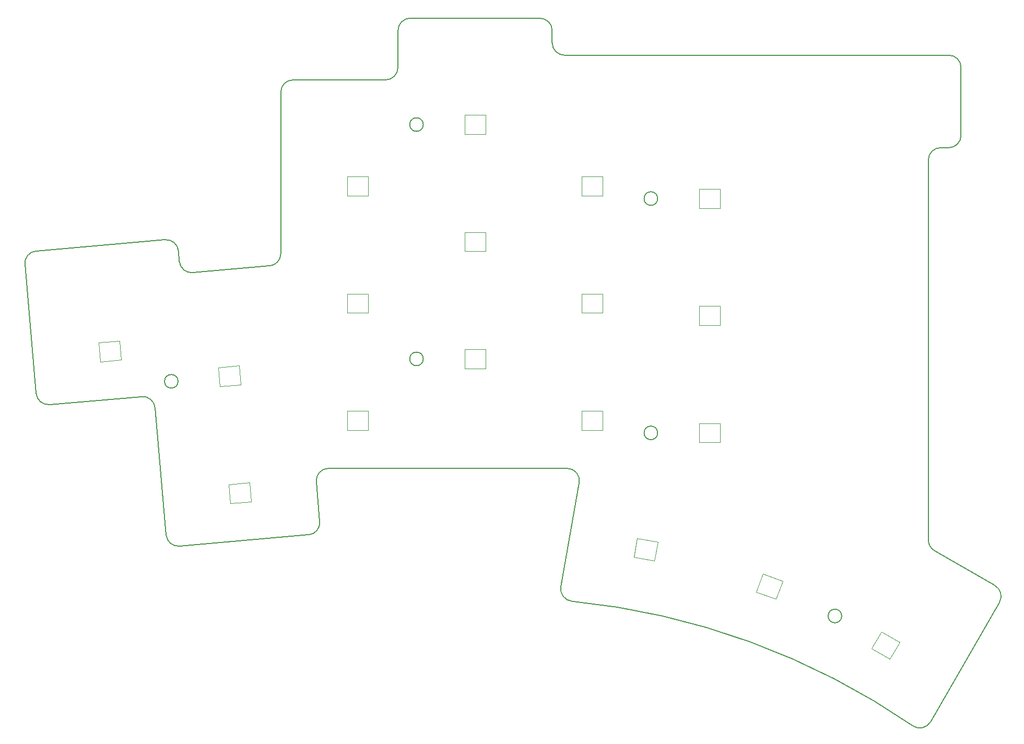
<source format=gbr>
%TF.GenerationSoftware,KiCad,Pcbnew,7.0.6-0*%
%TF.CreationDate,2023-08-12T20:04:25+02:00*%
%TF.ProjectId,jwe,6a77652e-6b69-4636-9164-5f7063625858,v1.0.0*%
%TF.SameCoordinates,Original*%
%TF.FileFunction,Profile,NP*%
%FSLAX46Y46*%
G04 Gerber Fmt 4.6, Leading zero omitted, Abs format (unit mm)*
G04 Created by KiCad (PCBNEW 7.0.6-0) date 2023-08-12 20:04:25*
%MOMM*%
%LPD*%
G01*
G04 APERTURE LIST*
%TA.AperFunction,Profile*%
%ADD10C,0.150000*%
%TD*%
%TA.AperFunction,Profile*%
%ADD11C,0.120000*%
%TD*%
G04 APERTURE END LIST*
D10*
X103071444Y-155056370D02*
G75*
G03*
X104897138Y-153063968I-174433J1992506D01*
G01*
X210233382Y-228991469D02*
X221417130Y-209620679D01*
X221417161Y-209620697D02*
G75*
G03*
X220685076Y-206888618I-1731949J1000033D01*
G01*
X110650414Y-190059461D02*
X111214269Y-196504392D01*
X88451735Y-154327779D02*
G75*
G03*
X90618420Y-156145859I1992477J174415D01*
G01*
X125897137Y-114885084D02*
G75*
G03*
X123897132Y-116885153I175J-2000180D01*
G01*
X88240885Y-173766000D02*
G75*
G03*
X88240885Y-173766000I-1100012J0D01*
G01*
X209897133Y-199505502D02*
G75*
G03*
X210897127Y-201237557I2000079J38D01*
G01*
X127997138Y-170135155D02*
G75*
G03*
X127997138Y-170135155I-1100002J0D01*
G01*
X63398687Y-154813139D02*
X65228954Y-175733229D01*
X121897134Y-124885191D02*
G75*
G03*
X123897138Y-122885155I178J1999826D01*
G01*
X104897139Y-153063973D02*
X104897126Y-126885154D01*
X106897132Y-124885153D02*
X121897134Y-124885151D01*
X88476107Y-200501361D02*
X109396190Y-198671088D01*
X215197125Y-122885149D02*
G75*
G03*
X213197145Y-120885151I-1999813J185D01*
G01*
X67395655Y-177551303D02*
X82338568Y-176243975D01*
X210897127Y-201237557D02*
X220685076Y-206888617D01*
X207367454Y-229638924D02*
G75*
G03*
X210233382Y-228991468I1133958J1647260D01*
G01*
X88303496Y-152634260D02*
G75*
G03*
X86136858Y-150816176I-1992384J-174304D01*
G01*
X125897137Y-114885153D02*
X146897125Y-114885146D01*
X106897132Y-124885079D02*
G75*
G03*
X104897126Y-126885154I79J-2000085D01*
G01*
X150897141Y-120885153D02*
X213197145Y-120885151D01*
X127997126Y-132135149D02*
G75*
G03*
X127997126Y-132135149I-1099995J0D01*
G01*
X84505276Y-178062058D02*
X86309405Y-198683281D01*
X213197137Y-135885084D02*
G75*
G03*
X215197132Y-133885148I175J1999820D01*
G01*
X211897137Y-135885157D02*
X213197137Y-135885154D01*
X112642804Y-187885151D02*
X151319576Y-187885150D01*
X150314603Y-207102162D02*
X153289192Y-190232445D01*
X207367420Y-229638973D02*
G75*
G03*
X152088814Y-209439891I-66787608J-97037191D01*
G01*
X88303559Y-152634254D02*
X88451712Y-154327781D01*
X90618412Y-156145858D02*
X103071443Y-155056357D01*
X209897138Y-199505502D02*
X209897139Y-137885154D01*
X84505230Y-178062062D02*
G75*
G03*
X82338572Y-176243974I-1992219J-174102D01*
G01*
X112642804Y-187885157D02*
G75*
G03*
X110650414Y-190059461I8J-2000007D01*
G01*
X86309432Y-198683279D02*
G75*
G03*
X88476107Y-200501362I1992479J174415D01*
G01*
X109396185Y-198671031D02*
G75*
G03*
X111214279Y-196504390I-174273J1992367D01*
G01*
X65216766Y-152646422D02*
G75*
G03*
X63398680Y-154813139I174245J-1992342D01*
G01*
X153289220Y-190232450D02*
G75*
G03*
X151319573Y-187885154I-1969509J347385D01*
G01*
X165997137Y-144135149D02*
G75*
G03*
X165997137Y-144135149I-1100003J0D01*
G01*
X65216768Y-152646443D02*
X86136852Y-150816171D01*
X215197132Y-133885148D02*
X215197132Y-122885149D01*
X148897129Y-116885153D02*
G75*
G03*
X146897125Y-114885146I-2000018J-11D01*
G01*
X148897123Y-118885151D02*
G75*
G03*
X150897141Y-120885153I1999988J-14D01*
G01*
X150314605Y-207102162D02*
G75*
G03*
X152088816Y-209439890I1969607J-347303D01*
G01*
X148897129Y-116885153D02*
X148897133Y-118885151D01*
X65228979Y-175733227D02*
G75*
G03*
X67395656Y-177551306I1992432J174363D01*
G01*
X123897138Y-122885155D02*
X123897132Y-116885153D01*
X165997130Y-182135151D02*
G75*
G03*
X165997130Y-182135151I-1100004J0D01*
G01*
X211897137Y-135885191D02*
G75*
G03*
X209897139Y-137885154I-125J-1999873D01*
G01*
X195839574Y-211827562D02*
G75*
G03*
X195839574Y-211827562I-1100017J0D01*
G01*
D11*
%TO.C,L9*%
X162667288Y-199241335D02*
X162128979Y-202294239D01*
X162128979Y-202294239D02*
X165477326Y-202884643D01*
X166015635Y-199831739D02*
X162667288Y-199241335D01*
X165477326Y-202884643D02*
X166015635Y-199831739D01*
X94776105Y-171542085D02*
X95046287Y-174630289D01*
X95046287Y-174630289D02*
X98433349Y-174333959D01*
X98163167Y-171245755D02*
X94776105Y-171542085D01*
X98433349Y-174333959D02*
X98163167Y-171245755D01*
X96432060Y-190469777D02*
X96702242Y-193557981D01*
X96702242Y-193557981D02*
X100089304Y-193261651D01*
X99819122Y-190173447D02*
X96432060Y-190469777D01*
X100089304Y-193261651D02*
X99819122Y-190173447D01*
X153697134Y-159585151D02*
X153697134Y-162685151D01*
X153697134Y-162685151D02*
X157097134Y-162685151D01*
X157097134Y-159585151D02*
X153697134Y-159585151D01*
X157097134Y-162685151D02*
X157097134Y-159585151D01*
X134697127Y-168585153D02*
X134697127Y-171685153D01*
X134697127Y-171685153D02*
X138097127Y-171685153D01*
X138097127Y-168585153D02*
X134697127Y-168585153D01*
X138097127Y-171685153D02*
X138097127Y-168585153D01*
X202269562Y-214385220D02*
X200719562Y-217069898D01*
X200719562Y-217069898D02*
X203664048Y-218769898D01*
X205214048Y-216085220D02*
X202269562Y-214385220D01*
X203664048Y-218769898D02*
X205214048Y-216085220D01*
X172697130Y-142585152D02*
X172697130Y-145685152D01*
X172697130Y-145685152D02*
X176097130Y-145685152D01*
X176097130Y-142585152D02*
X172697130Y-142585152D01*
X176097130Y-145685152D02*
X176097130Y-142585152D01*
X134697128Y-130585158D02*
X134697128Y-133685158D01*
X134697128Y-133685158D02*
X138097128Y-133685158D01*
X138097128Y-130585158D02*
X134697128Y-130585158D01*
X138097128Y-133685158D02*
X138097128Y-130585158D01*
X172697129Y-180585150D02*
X172697129Y-183685150D01*
X172697129Y-183685150D02*
X176097129Y-183685150D01*
X176097129Y-180585150D02*
X172697129Y-180585150D01*
X176097129Y-183685150D02*
X176097129Y-180585150D01*
X75351627Y-167519730D02*
X75621809Y-170607934D01*
X75621809Y-170607934D02*
X79008871Y-170311604D01*
X78738689Y-167223400D02*
X75351627Y-167519730D01*
X79008871Y-170311604D02*
X78738689Y-167223400D01*
X172697137Y-161585155D02*
X172697137Y-164685155D01*
X172697137Y-164685155D02*
X176097137Y-164685155D01*
X176097137Y-161585155D02*
X172697137Y-161585155D01*
X176097137Y-164685155D02*
X176097137Y-161585155D01*
X153697133Y-178585154D02*
X153697133Y-181685154D01*
X153697133Y-181685154D02*
X157097133Y-181685154D01*
X157097133Y-178585154D02*
X153697133Y-178585154D01*
X157097133Y-181685154D02*
X157097133Y-178585154D01*
X115697125Y-140585154D02*
X115697125Y-143685154D01*
X115697125Y-143685154D02*
X119097125Y-143685154D01*
X119097125Y-140585154D02*
X115697125Y-140585154D01*
X119097125Y-143685154D02*
X119097125Y-140585154D01*
X153697134Y-140585157D02*
X153697134Y-143685157D01*
X153697134Y-143685157D02*
X157097134Y-143685157D01*
X157097134Y-140585157D02*
X153697134Y-140585157D01*
X157097134Y-143685157D02*
X157097134Y-140585157D01*
X134697136Y-149585148D02*
X134697136Y-152685148D01*
X134697136Y-152685148D02*
X138097136Y-152685148D01*
X138097136Y-149585148D02*
X134697136Y-149585148D01*
X138097136Y-152685148D02*
X138097136Y-149585148D01*
X115697140Y-178585150D02*
X115697140Y-181685150D01*
X115697140Y-181685150D02*
X119097140Y-181685150D01*
X119097140Y-178585150D02*
X115697140Y-178585150D01*
X119097140Y-181685150D02*
X119097140Y-178585150D01*
X183051576Y-205015496D02*
X181991313Y-207928543D01*
X181991313Y-207928543D02*
X185186268Y-209091412D01*
X186246531Y-206178365D02*
X183051576Y-205015496D01*
X185186268Y-209091412D02*
X186246531Y-206178365D01*
X115697138Y-159585149D02*
X115697138Y-162685149D01*
X115697138Y-162685149D02*
X119097138Y-162685149D01*
X119097138Y-159585149D02*
X115697138Y-159585149D01*
X119097138Y-162685149D02*
X119097138Y-159585149D01*
%TD*%
M02*

</source>
